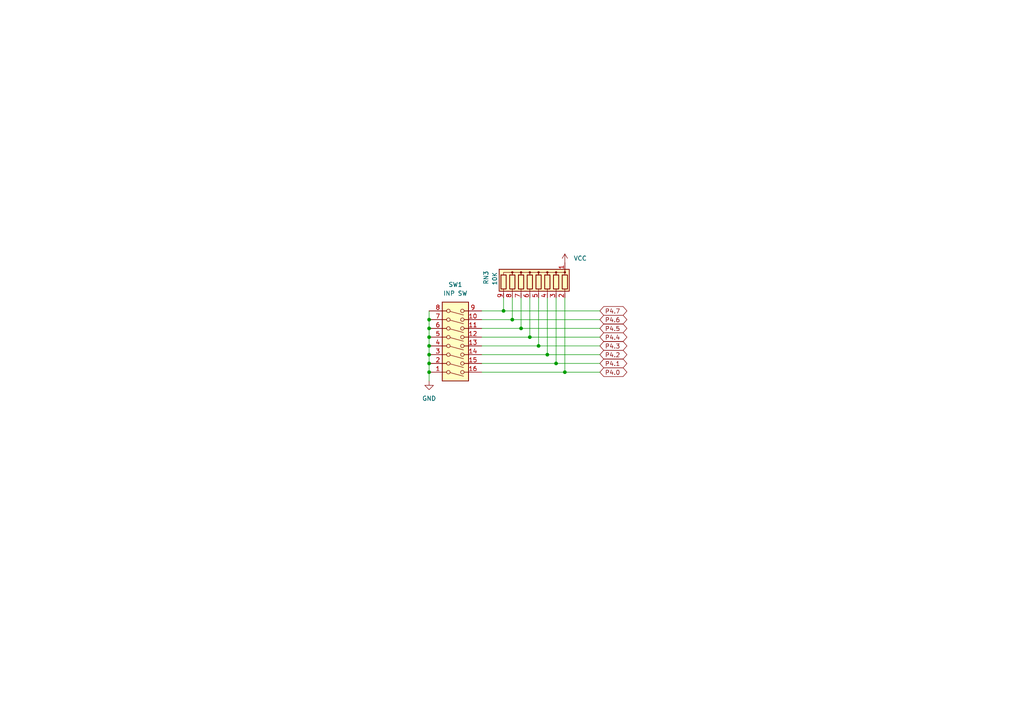
<source format=kicad_sch>
(kicad_sch (version 20211123) (generator eeschema)
  (paper "A4")
  (lib_symbols
    (symbol "Device:R_Network08" (pin_names (offset 0) hide)
      (property "Reference" "RN" (at -12.7 0 90))
      (property "Value" "R_Network08" (at 10.16 0 90))
      (symbol "R_Network08_0_1"
        (rectangle (start -11.43 -3.175) (end 8.89 3.175) (stroke (width 0.254)) (fill (type background)))
        (rectangle (start -10.922 1.524) (end -9.398 -2.54) (stroke (width 0.254)))
        (circle (center -10.16 2.286) (radius 0.254) (fill (type outline)))
        (rectangle (start -8.382 1.524) (end -6.858 -2.54) (stroke (width 0.254)))
        (circle (center -7.62 2.286) (radius 0.254) (fill (type outline)))
        (rectangle (start -5.842 1.524) (end -4.318 -2.54) (stroke (width 0.254)))
        (circle (center -5.08 2.286) (radius 0.254) (fill (type outline)))
        (rectangle (start -3.302 1.524) (end -1.778 -2.54) (stroke (width 0.254)))
        (circle (center -2.54 2.286) (radius 0.254) (fill (type outline)))
        (rectangle (start -0.762 1.524) (end 0.762 -2.54) (stroke (width 0.254)))
        (polyline (pts (xy -10.16 -2.54) (xy -10.16 -3.81)))
        (polyline (pts (xy -7.62 -2.54) (xy -7.62 -3.81)))
        (polyline (pts (xy -5.08 -2.54) (xy -5.08 -3.81)))
        (polyline (pts (xy -2.54 -2.54) (xy -2.54 -3.81)))
        (polyline (pts (xy 0 -2.54) (xy 0 -3.81)))
        (polyline (pts (xy 2.54 -2.54) (xy 2.54 -3.81)))
        (polyline (pts (xy 5.08 -2.54) (xy 5.08 -3.81)))
        (polyline (pts (xy 7.62 -2.54) (xy 7.62 -3.81)))
        (polyline (pts (xy -10.16 1.524) (xy -10.16 2.286) (xy -7.62 2.286) (xy -7.62 1.524)))
        (polyline (pts (xy -7.62 1.524) (xy -7.62 2.286) (xy -5.08 2.286) (xy -5.08 1.524)))
        (polyline (pts (xy -5.08 1.524) (xy -5.08 2.286) (xy -2.54 2.286) (xy -2.54 1.524)))
        (polyline (pts (xy -2.54 1.524) (xy -2.54 2.286) (xy 0 2.286) (xy 0 1.524)))
        (polyline (pts (xy 0 1.524) (xy 0 2.286) (xy 2.54 2.286) (xy 2.54 1.524)))
        (polyline (pts (xy 2.54 1.524) (xy 2.54 2.286) (xy 5.08 2.286) (xy 5.08 1.524)))
        (polyline (pts (xy 5.08 1.524) (xy 5.08 2.286) (xy 7.62 2.286) (xy 7.62 1.524)))
        (circle (center 0 2.286) (radius 0.254) (fill (type outline)))
        (rectangle (start 1.778 1.524) (end 3.302 -2.54) (stroke (width 0.254)))
        (circle (center 2.54 2.286) (radius 0.254) (fill (type outline)))
        (rectangle (start 4.318 1.524) (end 5.842 -2.54) (stroke (width 0.254)))
        (circle (center 5.08 2.286) (radius 0.254) (fill (type outline)))
        (rectangle (start 6.858 1.524) (end 8.382 -2.54) (stroke (width 0.254)))
      )
      (symbol "R_Network08_1_1"
        (pin passive line (at -10.16 5.08 270) (length 2.54) (name "common") (number "1"))
        (pin passive line (at -10.16 -5.08 90) (length 1.27) (name "R1") (number "2"))
        (pin passive line (at -7.62 -5.08 90) (length 1.27) (name "R2") (number "3"))
        (pin passive line (at -5.08 -5.08 90) (length 1.27) (name "R3") (number "4"))
        (pin passive line (at -2.54 -5.08 90) (length 1.27) (name "R4") (number "5"))
        (pin passive line (at 0 -5.08 90) (length 1.27) (name "R5") (number "6"))
        (pin passive line (at 2.54 -5.08 90) (length 1.27) (name "R6") (number "7"))
        (pin passive line (at 5.08 -5.08 90) (length 1.27) (name "R7") (number "8"))
        (pin passive line (at 7.62 -5.08 90) (length 1.27) (name "R8") (number "9"))
      )
    )
    (symbol "Switch:SW_DIP_x08" (pin_names (offset 0) hide)
      (property "Reference" "SW" (at 0 13.97 0))
      (property "Value" "SW_DIP_x08" (at 0 -11.43 0))
      (symbol "SW_DIP_x08_0_0"
        (circle (center -2.032 -7.62) (radius 0.508))
        (circle (center -2.032 -5.08) (radius 0.508))
        (circle (center -2.032 -2.54) (radius 0.508))
        (circle (center -2.032 0) (radius 0.508))
        (circle (center -2.032 2.54) (radius 0.508))
        (circle (center -2.032 5.08) (radius 0.508))
        (circle (center -2.032 7.62) (radius 0.508))
        (circle (center -2.032 10.16) (radius 0.508))
        (polyline (pts (xy -1.524 -7.4676) (xy 2.3622 -6.4262)))
        (polyline (pts (xy -1.524 -4.9276) (xy 2.3622 -3.8862)))
        (polyline (pts (xy -1.524 -2.3876) (xy 2.3622 -1.3462)))
        (polyline (pts (xy -1.524 0.127) (xy 2.3622 1.1684)))
        (polyline (pts (xy -1.524 2.667) (xy 2.3622 3.7084)))
        (polyline (pts (xy -1.524 5.207) (xy 2.3622 6.2484)))
        (polyline (pts (xy -1.524 7.747) (xy 2.3622 8.7884)))
        (polyline (pts (xy -1.524 10.287) (xy 2.3622 11.3284)))
        (circle (center 2.032 -7.62) (radius 0.508))
        (circle (center 2.032 -5.08) (radius 0.508))
        (circle (center 2.032 -2.54) (radius 0.508))
        (circle (center 2.032 0) (radius 0.508))
        (circle (center 2.032 2.54) (radius 0.508))
        (circle (center 2.032 5.08) (radius 0.508))
        (circle (center 2.032 7.62) (radius 0.508))
        (circle (center 2.032 10.16) (radius 0.508))
      )
      (symbol "SW_DIP_x08_0_1"
        (rectangle (start -3.81 12.7) (end 3.81 -10.16) (stroke (width 0.254)) (fill (type background)))
      )
      (symbol "SW_DIP_x08_1_1"
        (pin passive line (at -7.62 10.16 0) (length 5.08) (name "~") (number "1"))
        (pin passive line (at 7.62 -5.08 180) (length 5.08) (name "~") (number "10"))
        (pin passive line (at 7.62 -2.54 180) (length 5.08) (name "~") (number "11"))
        (pin passive line (at 7.62 0 180) (length 5.08) (name "~") (number "12"))
        (pin passive line (at 7.62 2.54 180) (length 5.08) (name "~") (number "13"))
        (pin passive line (at 7.62 5.08 180) (length 5.08) (name "~") (number "14"))
        (pin passive line (at 7.62 7.62 180) (length 5.08) (name "~") (number "15"))
        (pin passive line (at 7.62 10.16 180) (length 5.08) (name "~") (number "16"))
        (pin passive line (at -7.62 7.62 0) (length 5.08) (name "~") (number "2"))
        (pin passive line (at -7.62 5.08 0) (length 5.08) (name "~") (number "3"))
        (pin passive line (at -7.62 2.54 0) (length 5.08) (name "~") (number "4"))
        (pin passive line (at -7.62 0 0) (length 5.08) (name "~") (number "5"))
        (pin passive line (at -7.62 -2.54 0) (length 5.08) (name "~") (number "6"))
        (pin passive line (at -7.62 -5.08 0) (length 5.08) (name "~") (number "7"))
        (pin passive line (at -7.62 -7.62 0) (length 5.08) (name "~") (number "8"))
        (pin passive line (at 7.62 -7.62 180) (length 5.08) (name "~") (number "9"))
      )
    )
    (symbol "power:GND" (power) (pin_names (offset 0))
      (property "Value" "GND" (at 0 -3.81 0))
      (symbol "GND_0_1"
        (polyline (pts (xy 0 0) (xy 0 -1.27) (xy 1.27 -1.27) (xy 0 -2.54) (xy -1.27 -1.27) (xy 0 -1.27)))
      )
      (symbol "GND_1_1"
        (pin power_in line (at 0 0 270) (length 0) hide (name "GND") (number "1"))
      )
    )
    (symbol "power:VCC" (power) (pin_names (offset 0))
      (property "Value" "VCC" (at 0 3.81 0))
      (symbol "VCC_0_1"
        (polyline (pts (xy -0.762 1.27) (xy 0 2.54)))
        (polyline (pts (xy 0 0) (xy 0 2.54)))
        (polyline (pts (xy 0 2.54) (xy 0.762 1.27)))
      )
      (symbol "VCC_1_1"
        (pin power_in line (at 0 0 90) (length 0) hide (name "VCC") (number "1"))
      )
    )
  )
  (junction (at 124.46 100.33))
  (junction (at 163.83 107.95))
  (junction (at 146.05 90.17))
  (junction (at 124.46 97.79))
  (junction (at 151.13 95.25))
  (junction (at 124.46 102.87))
  (junction (at 148.59 92.71))
  (junction (at 124.46 95.25))
  (junction (at 161.29 105.41))
  (junction (at 124.46 92.71))
  (junction (at 156.21 100.33))
  (junction (at 158.75 102.87))
  (junction (at 153.67 97.79))
  (junction (at 124.46 105.41))
  (junction (at 124.46 107.95))
  (wire (pts (xy 124.46 92.71) (xy 124.46 95.25)))
  (wire (pts (xy 139.7 97.79) (xy 153.67 97.79)))
  (wire (pts (xy 163.83 107.95) (xy 173.99 107.95)))
  (wire (pts (xy 151.13 86.36) (xy 151.13 95.25)))
  (wire (pts (xy 124.46 105.41) (xy 124.46 107.95)))
  (wire (pts (xy 158.75 86.36) (xy 158.75 102.87)))
  (wire (pts (xy 139.7 107.95) (xy 163.83 107.95)))
  (wire (pts (xy 124.46 95.25) (xy 124.46 97.79)))
  (wire (pts (xy 153.67 97.79) (xy 173.99 97.79)))
  (wire (pts (xy 124.46 97.79) (xy 124.46 100.33)))
  (wire (pts (xy 139.7 95.25) (xy 151.13 95.25)))
  (wire (pts (xy 146.05 90.17) (xy 173.99 90.17)))
  (wire (pts (xy 161.29 105.41) (xy 173.99 105.41)))
  (wire (pts (xy 139.7 105.41) (xy 161.29 105.41)))
  (wire (pts (xy 163.83 86.36) (xy 163.83 107.95)))
  (wire (pts (xy 139.7 100.33) (xy 156.21 100.33)))
  (wire (pts (xy 151.13 95.25) (xy 173.99 95.25)))
  (wire (pts (xy 148.59 86.36) (xy 148.59 92.71)))
  (wire (pts (xy 139.7 102.87) (xy 158.75 102.87)))
  (wire (pts (xy 139.7 90.17) (xy 146.05 90.17)))
  (wire (pts (xy 139.7 92.71) (xy 148.59 92.71)))
  (wire (pts (xy 148.59 92.71) (xy 173.99 92.71)))
  (wire (pts (xy 124.46 100.33) (xy 124.46 102.87)))
  (wire (pts (xy 124.46 102.87) (xy 124.46 105.41)))
  (wire (pts (xy 153.67 86.36) (xy 153.67 97.79)))
  (wire (pts (xy 156.21 86.36) (xy 156.21 100.33)))
  (wire (pts (xy 161.29 86.36) (xy 161.29 105.41)))
  (wire (pts (xy 156.21 100.33) (xy 173.99 100.33)))
  (wire (pts (xy 124.46 107.95) (xy 124.46 110.49)))
  (wire (pts (xy 124.46 90.17) (xy 124.46 92.71)))
  (wire (pts (xy 158.75 102.87) (xy 173.99 102.87)))
  (wire (pts (xy 146.05 86.36) (xy 146.05 90.17)))
  (global_label "P4.2" (shape bidirectional) (at 173.99 102.87 0) (property "Intersheet References" "${INTERSHEET_REFS}" (effects hide)))
  (global_label "P4.6" (shape bidirectional) (at 173.99 92.71 0) (property "Intersheet References" "${INTERSHEET_REFS}" (effects hide)))
  (global_label "P4.7" (shape bidirectional) (at 173.99 90.17 0) (property "Intersheet References" "${INTERSHEET_REFS}" (effects hide)))
  (global_label "P4.1" (shape bidirectional) (at 173.99 105.41 0) (property "Intersheet References" "${INTERSHEET_REFS}" (effects hide)))
  (global_label "P4.3" (shape bidirectional) (at 173.99 100.33 0) (property "Intersheet References" "${INTERSHEET_REFS}" (effects hide)))
  (global_label "P4.0" (shape bidirectional) (at 173.99 107.95 0) (property "Intersheet References" "${INTERSHEET_REFS}" (effects hide)))
  (global_label "P4.5" (shape bidirectional) (at 173.99 95.25 0) (property "Intersheet References" "${INTERSHEET_REFS}" (effects hide)))
  (global_label "P4.4" (shape bidirectional) (at 173.99 97.79 0) (property "Intersheet References" "${INTERSHEET_REFS}" (effects hide)))
  (symbol (lib_id "Device:R_Network08") (at 153.67 81.28 0) (mirror y) (unit 1)
    (property "Reference" "RN3" (at 140.97 82.55 90) (effects (justify left)))
    (property "Value" "10K" (at 143.51 82.8039 90) (effects (justify left)))
    (property "Footprint" "Resistor_THT:R_Array_SIP9" (effects hide))
    (property "Datasheet" "http://www.vishay.com/docs/31509/csc.pdf" (effects hide))
  )
  (symbol (lib_id "power:VCC") (at 163.83 76.2 0) (unit 1)
    (property "Reference" "#PWR08" (effects hide))
    (property "Value" "VCC" (at 166.37 74.9299 0) (effects (justify left)))
  )
  (symbol (lib_id "power:GND") (at 124.46 110.49 0) (unit 1)
    (property "Reference" "#PWR07" (effects hide))
    (property "Value" "GND" (at 124.46 115.57 0))
  )
  (symbol (lib_id "Switch:SW_DIP_x08") (at 132.08 97.79 0) (mirror x) (unit 1)
    (property "Reference" "SW1" (at 132.08 82.55 0))
    (property "Value" "INP SW" (at 132.08 85.09 0))
    (property "Footprint" "Button_Switch_THT:SW_DIP_SPSTx08_Slide_9.78x22.5mm_W7.62mm_P2.54mm" (effects hide))
  )
)
</source>
